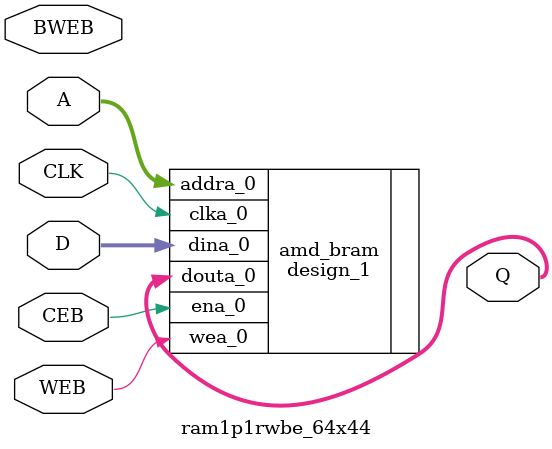
<source format=sv>

module ram1p1rwbe_64x44( 
  input  logic          CLK, 
  input  logic          CEB, 
  input  logic          WEB,
  
  input  logic [5:0]    A, 
  input  logic [43:0]   D,
  input  logic [43:0]   BWEB, 
  output logic [43:0]   Q
);

   // replace "generic64x44RAM" with "TS1N..64X44.." module from your memory vendor
   // generic64x44RAM sramIP (.CLK, .CEB, .WEB, .A, .D, .BWEB, .Q);
   //TS1N28HPCPSVTB64X44M4SW sramIP(.CLK, .CEB, .WEB, .A, .D, .BWEB, .Q);


// vivado block BRAM instance SISA

design_1  amd_bram
(.addra_0(A),.clka_0(CLK), .dina_0(D),.douta_0(Q), .ena_0(CEB), .wea_0(WEB) );





endmodule

</source>
